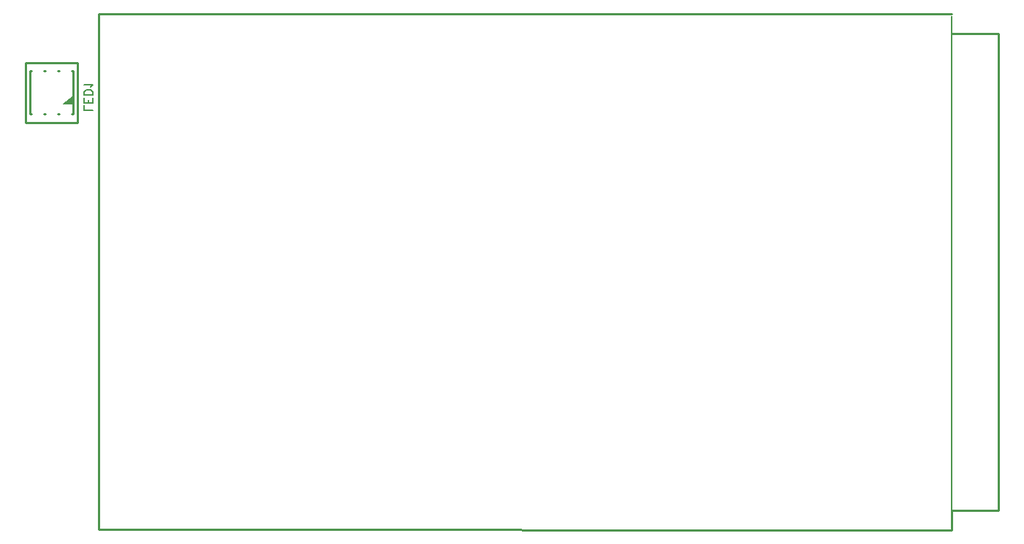
<source format=gbo>
G04 Layer: BottomSilkLayer*
G04 EasyEDA v6.4.0, 2020-07-10T23:23:17+08:00*
G04 5139bd2fb7c3424f93626a165fee3374,4edbaba1ca844db583ca7d2d7efc84e2,10*
G04 Gerber Generator version 0.2*
G04 Scale: 100 percent, Rotated: No, Reflected: No *
G04 Dimensions in inches *
G04 leading zeros omitted , absolute positions ,2 integer and 4 decimal *
%FSLAX24Y24*%
%MOIN*%
G90*
G70D02*

%ADD10C,0.010000*%
%ADD14C,0.006000*%
%ADD82C,0.005000*%

%LPD*%
G54D10*
G01X43230Y23514D02*
G01X4332Y23514D01*
G01X4332Y1126D01*
G01X4332Y-0D01*
G01X43230Y-29D01*
G01X43230Y856D01*
G54D14*
G01X43232Y0D02*
G01X43232Y23440D01*
G54D10*
G01X43230Y856D02*
G01X45356Y856D01*
G01X45356Y22628D01*
G01X45356Y22628D02*
G01X43230Y22628D01*
G01X3348Y18554D02*
G01X986Y18554D01*
G01X986Y21312D02*
G01X3348Y21312D01*
G01X986Y18554D02*
G01X986Y21312D01*
G01X3348Y21312D02*
G01X3348Y18554D01*
G01X1187Y20924D02*
G01X1187Y18955D01*
G01X3156Y20924D02*
G01X3156Y18955D01*
G01X1187Y20924D02*
G01X1254Y20924D01*
G01X1829Y20924D02*
G01X1884Y20924D01*
G01X2459Y20924D02*
G01X2514Y20924D01*
G01X3089Y20924D02*
G01X3156Y20924D01*
G01X1187Y18955D02*
G01X1254Y18955D01*
G01X1829Y18955D02*
G01X1884Y18955D01*
G01X2459Y18955D02*
G01X2514Y18955D01*
G01X3089Y18955D02*
G01X3156Y18955D01*
G54D82*
G01X4046Y19130D02*
G01X3664Y19130D01*
G01X3664Y19130D02*
G01X3664Y19348D01*
G01X4046Y19468D02*
G01X3664Y19468D01*
G01X4046Y19468D02*
G01X4046Y19704D01*
G01X3864Y19468D02*
G01X3864Y19613D01*
G01X3664Y19468D02*
G01X3664Y19704D01*
G01X4046Y19824D02*
G01X3664Y19824D01*
G01X4046Y19824D02*
G01X4046Y19951D01*
G01X4027Y20006D01*
G01X3991Y20042D01*
G01X3955Y20060D01*
G01X3900Y20079D01*
G01X3809Y20079D01*
G01X3755Y20060D01*
G01X3718Y20042D01*
G01X3682Y20006D01*
G01X3664Y19951D01*
G01X3664Y19824D01*
G01X3973Y20199D02*
G01X3991Y20235D01*
G01X4046Y20290D01*
G01X3664Y20290D01*

%LPD*%
G36*
G01X3121Y19389D02*
G01X3171Y19789D01*
G01X2671Y19389D01*
G01X3121Y19389D01*
G37*
M00*
M02*

</source>
